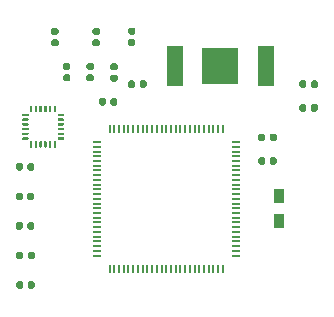
<source format=gtp>
G04 #@! TF.GenerationSoftware,KiCad,Pcbnew,(5.1.6)-1*
G04 #@! TF.CreationDate,2021-01-19T17:49:51-08:00*
G04 #@! TF.ProjectId,scum3c-devboard,7363756d-3363-42d6-9465-76626f617264,rev?*
G04 #@! TF.SameCoordinates,Original*
G04 #@! TF.FileFunction,Paste,Top*
G04 #@! TF.FilePolarity,Positive*
%FSLAX46Y46*%
G04 Gerber Fmt 4.6, Leading zero omitted, Abs format (unit mm)*
G04 Created by KiCad (PCBNEW (5.1.6)-1) date 2021-01-19 17:49:51*
%MOMM*%
%LPD*%
G01*
G04 APERTURE LIST*
%ADD10O,0.200000X0.800000*%
%ADD11O,0.800000X0.200000*%
%ADD12R,0.900000X1.200000*%
%ADD13R,1.350000X3.500000*%
%ADD14R,3.170000X3.170000*%
G04 APERTURE END LIST*
G04 #@! TO.C,R13*
G36*
G01*
X111190000Y-88172500D02*
X111190000Y-87827500D01*
G75*
G02*
X111337500Y-87680000I147500J0D01*
G01*
X111632500Y-87680000D01*
G75*
G02*
X111780000Y-87827500I0J-147500D01*
G01*
X111780000Y-88172500D01*
G75*
G02*
X111632500Y-88320000I-147500J0D01*
G01*
X111337500Y-88320000D01*
G75*
G02*
X111190000Y-88172500I0J147500D01*
G01*
G37*
G36*
G01*
X110220000Y-88172500D02*
X110220000Y-87827500D01*
G75*
G02*
X110367500Y-87680000I147500J0D01*
G01*
X110662500Y-87680000D01*
G75*
G02*
X110810000Y-87827500I0J-147500D01*
G01*
X110810000Y-88172500D01*
G75*
G02*
X110662500Y-88320000I-147500J0D01*
G01*
X110367500Y-88320000D01*
G75*
G02*
X110220000Y-88172500I0J147500D01*
G01*
G37*
G04 #@! TD*
G04 #@! TO.C,C24*
G36*
G01*
X98295000Y-84827500D02*
X98295000Y-85172500D01*
G75*
G02*
X98147500Y-85320000I-147500J0D01*
G01*
X97852500Y-85320000D01*
G75*
G02*
X97705000Y-85172500I0J147500D01*
G01*
X97705000Y-84827500D01*
G75*
G02*
X97852500Y-84680000I147500J0D01*
G01*
X98147500Y-84680000D01*
G75*
G02*
X98295000Y-84827500I0J-147500D01*
G01*
G37*
G36*
G01*
X97325000Y-84827500D02*
X97325000Y-85172500D01*
G75*
G02*
X97177500Y-85320000I-147500J0D01*
G01*
X96882500Y-85320000D01*
G75*
G02*
X96735000Y-85172500I0J147500D01*
G01*
X96735000Y-84827500D01*
G75*
G02*
X96882500Y-84680000I147500J0D01*
G01*
X97177500Y-84680000D01*
G75*
G02*
X97325000Y-84827500I0J-147500D01*
G01*
G37*
G04 #@! TD*
D10*
G04 #@! TO.C,U8*
X97631250Y-87306250D03*
X98031250Y-87306250D03*
X98431250Y-87306250D03*
X98831250Y-87306250D03*
X99231250Y-87306250D03*
X99631250Y-87306250D03*
X100031250Y-87306250D03*
X100431250Y-87306250D03*
X100831250Y-87306250D03*
X101231250Y-87306250D03*
X101631250Y-87306250D03*
X102031250Y-87306250D03*
X102431250Y-87306250D03*
X102831250Y-87306250D03*
X103231250Y-87306250D03*
X103631250Y-87306250D03*
X104031250Y-87306250D03*
X104431250Y-87306250D03*
X104831250Y-87306250D03*
X105231250Y-87306250D03*
X105631250Y-87306250D03*
X106031250Y-87306250D03*
X106431250Y-87306250D03*
X106831250Y-87306250D03*
X107231250Y-87306250D03*
D11*
X108331250Y-88406250D03*
X108331250Y-88806250D03*
X108331250Y-89206250D03*
X108331250Y-89606250D03*
X108331250Y-90006250D03*
X108331250Y-90406250D03*
X108331250Y-90806250D03*
X108331250Y-91206250D03*
X108331250Y-91606250D03*
X108331250Y-92006250D03*
X108331250Y-92406250D03*
X108331250Y-92806250D03*
X108331250Y-93206250D03*
X108331250Y-93606250D03*
X108331250Y-94006250D03*
X108331250Y-94406250D03*
X108331250Y-94806250D03*
X108331250Y-95206250D03*
X108331250Y-95606250D03*
X108331250Y-96006250D03*
X108331250Y-96406250D03*
X108331250Y-96806250D03*
X108331250Y-97206250D03*
X108331250Y-97606250D03*
X108331250Y-98006250D03*
D10*
X107231250Y-99106250D03*
X106831250Y-99106250D03*
X106431250Y-99106250D03*
X106031250Y-99106250D03*
X105631250Y-99106250D03*
X105231250Y-99106250D03*
X104831250Y-99106250D03*
X104431250Y-99106250D03*
X104031250Y-99106250D03*
X103631250Y-99106250D03*
X103231250Y-99106250D03*
X102831250Y-99106250D03*
X102431250Y-99106250D03*
X102031250Y-99106250D03*
X101631250Y-99106250D03*
X101231250Y-99106250D03*
X100831250Y-99106250D03*
X100431250Y-99106250D03*
X100031250Y-99106250D03*
X99631250Y-99106250D03*
X99231250Y-99106250D03*
X98831250Y-99106250D03*
X98431250Y-99106250D03*
X98031250Y-99106250D03*
X97631250Y-99106250D03*
D11*
X96531250Y-98006250D03*
X96531250Y-97606250D03*
X96531250Y-97206250D03*
X96531250Y-96806250D03*
X96531250Y-96406250D03*
X96531250Y-96006250D03*
X96531250Y-95606250D03*
X96531250Y-95206250D03*
X96531250Y-94806250D03*
X96531250Y-94406250D03*
X96531250Y-94006250D03*
X96531250Y-93606250D03*
X96531250Y-93206250D03*
X96531250Y-92806250D03*
X96531250Y-92406250D03*
X96531250Y-92006250D03*
X96531250Y-91606250D03*
X96531250Y-91206250D03*
X96531250Y-90806250D03*
X96531250Y-90406250D03*
X96531250Y-90006250D03*
X96531250Y-89606250D03*
X96531250Y-89206250D03*
X96531250Y-88806250D03*
X96531250Y-88406250D03*
G04 #@! TD*
D12*
G04 #@! TO.C,LED1*
X112000000Y-93000000D03*
X112000000Y-95100000D03*
G04 #@! TD*
D13*
G04 #@! TO.C,BT1*
X110850000Y-82000000D03*
D14*
X107000000Y-82000000D03*
D13*
X103150000Y-82000000D03*
G04 #@! TD*
G04 #@! TO.C,R14*
G36*
G01*
X90325000Y-97827500D02*
X90325000Y-98172500D01*
G75*
G02*
X90177500Y-98320000I-147500J0D01*
G01*
X89882500Y-98320000D01*
G75*
G02*
X89735000Y-98172500I0J147500D01*
G01*
X89735000Y-97827500D01*
G75*
G02*
X89882500Y-97680000I147500J0D01*
G01*
X90177500Y-97680000D01*
G75*
G02*
X90325000Y-97827500I0J-147500D01*
G01*
G37*
G36*
G01*
X91295000Y-97827500D02*
X91295000Y-98172500D01*
G75*
G02*
X91147500Y-98320000I-147500J0D01*
G01*
X90852500Y-98320000D01*
G75*
G02*
X90705000Y-98172500I0J147500D01*
G01*
X90705000Y-97827500D01*
G75*
G02*
X90852500Y-97680000I147500J0D01*
G01*
X91147500Y-97680000D01*
G75*
G02*
X91295000Y-97827500I0J-147500D01*
G01*
G37*
G04 #@! TD*
G04 #@! TO.C,R12*
G36*
G01*
X100175000Y-83672500D02*
X100175000Y-83327500D01*
G75*
G02*
X100322500Y-83180000I147500J0D01*
G01*
X100617500Y-83180000D01*
G75*
G02*
X100765000Y-83327500I0J-147500D01*
G01*
X100765000Y-83672500D01*
G75*
G02*
X100617500Y-83820000I-147500J0D01*
G01*
X100322500Y-83820000D01*
G75*
G02*
X100175000Y-83672500I0J147500D01*
G01*
G37*
G36*
G01*
X99205000Y-83672500D02*
X99205000Y-83327500D01*
G75*
G02*
X99352500Y-83180000I147500J0D01*
G01*
X99647500Y-83180000D01*
G75*
G02*
X99795000Y-83327500I0J-147500D01*
G01*
X99795000Y-83672500D01*
G75*
G02*
X99647500Y-83820000I-147500J0D01*
G01*
X99352500Y-83820000D01*
G75*
G02*
X99205000Y-83672500I0J147500D01*
G01*
G37*
G04 #@! TD*
G04 #@! TO.C,C13*
G36*
G01*
X96172500Y-83265000D02*
X95827500Y-83265000D01*
G75*
G02*
X95680000Y-83117500I0J147500D01*
G01*
X95680000Y-82822500D01*
G75*
G02*
X95827500Y-82675000I147500J0D01*
G01*
X96172500Y-82675000D01*
G75*
G02*
X96320000Y-82822500I0J-147500D01*
G01*
X96320000Y-83117500D01*
G75*
G02*
X96172500Y-83265000I-147500J0D01*
G01*
G37*
G36*
G01*
X96172500Y-82295000D02*
X95827500Y-82295000D01*
G75*
G02*
X95680000Y-82147500I0J147500D01*
G01*
X95680000Y-81852500D01*
G75*
G02*
X95827500Y-81705000I147500J0D01*
G01*
X96172500Y-81705000D01*
G75*
G02*
X96320000Y-81852500I0J-147500D01*
G01*
X96320000Y-82147500D01*
G75*
G02*
X96172500Y-82295000I-147500J0D01*
G01*
G37*
G04 #@! TD*
G04 #@! TO.C,C14*
G36*
G01*
X113705000Y-85672500D02*
X113705000Y-85327500D01*
G75*
G02*
X113852500Y-85180000I147500J0D01*
G01*
X114147500Y-85180000D01*
G75*
G02*
X114295000Y-85327500I0J-147500D01*
G01*
X114295000Y-85672500D01*
G75*
G02*
X114147500Y-85820000I-147500J0D01*
G01*
X113852500Y-85820000D01*
G75*
G02*
X113705000Y-85672500I0J147500D01*
G01*
G37*
G36*
G01*
X114675000Y-85672500D02*
X114675000Y-85327500D01*
G75*
G02*
X114822500Y-85180000I147500J0D01*
G01*
X115117500Y-85180000D01*
G75*
G02*
X115265000Y-85327500I0J-147500D01*
G01*
X115265000Y-85672500D01*
G75*
G02*
X115117500Y-85820000I-147500J0D01*
G01*
X114822500Y-85820000D01*
G75*
G02*
X114675000Y-85672500I0J147500D01*
G01*
G37*
G04 #@! TD*
G04 #@! TO.C,C15*
G36*
G01*
X113705000Y-83672500D02*
X113705000Y-83327500D01*
G75*
G02*
X113852500Y-83180000I147500J0D01*
G01*
X114147500Y-83180000D01*
G75*
G02*
X114295000Y-83327500I0J-147500D01*
G01*
X114295000Y-83672500D01*
G75*
G02*
X114147500Y-83820000I-147500J0D01*
G01*
X113852500Y-83820000D01*
G75*
G02*
X113705000Y-83672500I0J147500D01*
G01*
G37*
G36*
G01*
X114675000Y-83672500D02*
X114675000Y-83327500D01*
G75*
G02*
X114822500Y-83180000I147500J0D01*
G01*
X115117500Y-83180000D01*
G75*
G02*
X115265000Y-83327500I0J-147500D01*
G01*
X115265000Y-83672500D01*
G75*
G02*
X115117500Y-83820000I-147500J0D01*
G01*
X114822500Y-83820000D01*
G75*
G02*
X114675000Y-83672500I0J147500D01*
G01*
G37*
G04 #@! TD*
G04 #@! TO.C,C16*
G36*
G01*
X92827500Y-79705000D02*
X93172500Y-79705000D01*
G75*
G02*
X93320000Y-79852500I0J-147500D01*
G01*
X93320000Y-80147500D01*
G75*
G02*
X93172500Y-80295000I-147500J0D01*
G01*
X92827500Y-80295000D01*
G75*
G02*
X92680000Y-80147500I0J147500D01*
G01*
X92680000Y-79852500D01*
G75*
G02*
X92827500Y-79705000I147500J0D01*
G01*
G37*
G36*
G01*
X92827500Y-78735000D02*
X93172500Y-78735000D01*
G75*
G02*
X93320000Y-78882500I0J-147500D01*
G01*
X93320000Y-79177500D01*
G75*
G02*
X93172500Y-79325000I-147500J0D01*
G01*
X92827500Y-79325000D01*
G75*
G02*
X92680000Y-79177500I0J147500D01*
G01*
X92680000Y-78882500D01*
G75*
G02*
X92827500Y-78735000I147500J0D01*
G01*
G37*
G04 #@! TD*
G04 #@! TO.C,C17*
G36*
G01*
X96327500Y-78735000D02*
X96672500Y-78735000D01*
G75*
G02*
X96820000Y-78882500I0J-147500D01*
G01*
X96820000Y-79177500D01*
G75*
G02*
X96672500Y-79325000I-147500J0D01*
G01*
X96327500Y-79325000D01*
G75*
G02*
X96180000Y-79177500I0J147500D01*
G01*
X96180000Y-78882500D01*
G75*
G02*
X96327500Y-78735000I147500J0D01*
G01*
G37*
G36*
G01*
X96327500Y-79705000D02*
X96672500Y-79705000D01*
G75*
G02*
X96820000Y-79852500I0J-147500D01*
G01*
X96820000Y-80147500D01*
G75*
G02*
X96672500Y-80295000I-147500J0D01*
G01*
X96327500Y-80295000D01*
G75*
G02*
X96180000Y-80147500I0J147500D01*
G01*
X96180000Y-79852500D01*
G75*
G02*
X96327500Y-79705000I147500J0D01*
G01*
G37*
G04 #@! TD*
G04 #@! TO.C,C18*
G36*
G01*
X93827500Y-82675000D02*
X94172500Y-82675000D01*
G75*
G02*
X94320000Y-82822500I0J-147500D01*
G01*
X94320000Y-83117500D01*
G75*
G02*
X94172500Y-83265000I-147500J0D01*
G01*
X93827500Y-83265000D01*
G75*
G02*
X93680000Y-83117500I0J147500D01*
G01*
X93680000Y-82822500D01*
G75*
G02*
X93827500Y-82675000I147500J0D01*
G01*
G37*
G36*
G01*
X93827500Y-81705000D02*
X94172500Y-81705000D01*
G75*
G02*
X94320000Y-81852500I0J-147500D01*
G01*
X94320000Y-82147500D01*
G75*
G02*
X94172500Y-82295000I-147500J0D01*
G01*
X93827500Y-82295000D01*
G75*
G02*
X93680000Y-82147500I0J147500D01*
G01*
X93680000Y-81852500D01*
G75*
G02*
X93827500Y-81705000I147500J0D01*
G01*
G37*
G04 #@! TD*
G04 #@! TO.C,C19*
G36*
G01*
X97827500Y-81735000D02*
X98172500Y-81735000D01*
G75*
G02*
X98320000Y-81882500I0J-147500D01*
G01*
X98320000Y-82177500D01*
G75*
G02*
X98172500Y-82325000I-147500J0D01*
G01*
X97827500Y-82325000D01*
G75*
G02*
X97680000Y-82177500I0J147500D01*
G01*
X97680000Y-81882500D01*
G75*
G02*
X97827500Y-81735000I147500J0D01*
G01*
G37*
G36*
G01*
X97827500Y-82705000D02*
X98172500Y-82705000D01*
G75*
G02*
X98320000Y-82852500I0J-147500D01*
G01*
X98320000Y-83147500D01*
G75*
G02*
X98172500Y-83295000I-147500J0D01*
G01*
X97827500Y-83295000D01*
G75*
G02*
X97680000Y-83147500I0J147500D01*
G01*
X97680000Y-82852500D01*
G75*
G02*
X97827500Y-82705000I147500J0D01*
G01*
G37*
G04 #@! TD*
G04 #@! TO.C,C20*
G36*
G01*
X110825000Y-89827500D02*
X110825000Y-90172500D01*
G75*
G02*
X110677500Y-90320000I-147500J0D01*
G01*
X110382500Y-90320000D01*
G75*
G02*
X110235000Y-90172500I0J147500D01*
G01*
X110235000Y-89827500D01*
G75*
G02*
X110382500Y-89680000I147500J0D01*
G01*
X110677500Y-89680000D01*
G75*
G02*
X110825000Y-89827500I0J-147500D01*
G01*
G37*
G36*
G01*
X111795000Y-89827500D02*
X111795000Y-90172500D01*
G75*
G02*
X111647500Y-90320000I-147500J0D01*
G01*
X111352500Y-90320000D01*
G75*
G02*
X111205000Y-90172500I0J147500D01*
G01*
X111205000Y-89827500D01*
G75*
G02*
X111352500Y-89680000I147500J0D01*
G01*
X111647500Y-89680000D01*
G75*
G02*
X111795000Y-89827500I0J-147500D01*
G01*
G37*
G04 #@! TD*
G04 #@! TO.C,C21*
G36*
G01*
X91265000Y-95327500D02*
X91265000Y-95672500D01*
G75*
G02*
X91117500Y-95820000I-147500J0D01*
G01*
X90822500Y-95820000D01*
G75*
G02*
X90675000Y-95672500I0J147500D01*
G01*
X90675000Y-95327500D01*
G75*
G02*
X90822500Y-95180000I147500J0D01*
G01*
X91117500Y-95180000D01*
G75*
G02*
X91265000Y-95327500I0J-147500D01*
G01*
G37*
G36*
G01*
X90295000Y-95327500D02*
X90295000Y-95672500D01*
G75*
G02*
X90147500Y-95820000I-147500J0D01*
G01*
X89852500Y-95820000D01*
G75*
G02*
X89705000Y-95672500I0J147500D01*
G01*
X89705000Y-95327500D01*
G75*
G02*
X89852500Y-95180000I147500J0D01*
G01*
X90147500Y-95180000D01*
G75*
G02*
X90295000Y-95327500I0J-147500D01*
G01*
G37*
G04 #@! TD*
G04 #@! TO.C,C22*
G36*
G01*
X91295000Y-100327500D02*
X91295000Y-100672500D01*
G75*
G02*
X91147500Y-100820000I-147500J0D01*
G01*
X90852500Y-100820000D01*
G75*
G02*
X90705000Y-100672500I0J147500D01*
G01*
X90705000Y-100327500D01*
G75*
G02*
X90852500Y-100180000I147500J0D01*
G01*
X91147500Y-100180000D01*
G75*
G02*
X91295000Y-100327500I0J-147500D01*
G01*
G37*
G36*
G01*
X90325000Y-100327500D02*
X90325000Y-100672500D01*
G75*
G02*
X90177500Y-100820000I-147500J0D01*
G01*
X89882500Y-100820000D01*
G75*
G02*
X89735000Y-100672500I0J147500D01*
G01*
X89735000Y-100327500D01*
G75*
G02*
X89882500Y-100180000I147500J0D01*
G01*
X90177500Y-100180000D01*
G75*
G02*
X90325000Y-100327500I0J-147500D01*
G01*
G37*
G04 #@! TD*
G04 #@! TO.C,C25*
G36*
G01*
X90675000Y-90672500D02*
X90675000Y-90327500D01*
G75*
G02*
X90822500Y-90180000I147500J0D01*
G01*
X91117500Y-90180000D01*
G75*
G02*
X91265000Y-90327500I0J-147500D01*
G01*
X91265000Y-90672500D01*
G75*
G02*
X91117500Y-90820000I-147500J0D01*
G01*
X90822500Y-90820000D01*
G75*
G02*
X90675000Y-90672500I0J147500D01*
G01*
G37*
G36*
G01*
X89705000Y-90672500D02*
X89705000Y-90327500D01*
G75*
G02*
X89852500Y-90180000I147500J0D01*
G01*
X90147500Y-90180000D01*
G75*
G02*
X90295000Y-90327500I0J-147500D01*
G01*
X90295000Y-90672500D01*
G75*
G02*
X90147500Y-90820000I-147500J0D01*
G01*
X89852500Y-90820000D01*
G75*
G02*
X89705000Y-90672500I0J147500D01*
G01*
G37*
G04 #@! TD*
G04 #@! TO.C,C26*
G36*
G01*
X91265000Y-92827500D02*
X91265000Y-93172500D01*
G75*
G02*
X91117500Y-93320000I-147500J0D01*
G01*
X90822500Y-93320000D01*
G75*
G02*
X90675000Y-93172500I0J147500D01*
G01*
X90675000Y-92827500D01*
G75*
G02*
X90822500Y-92680000I147500J0D01*
G01*
X91117500Y-92680000D01*
G75*
G02*
X91265000Y-92827500I0J-147500D01*
G01*
G37*
G36*
G01*
X90295000Y-92827500D02*
X90295000Y-93172500D01*
G75*
G02*
X90147500Y-93320000I-147500J0D01*
G01*
X89852500Y-93320000D01*
G75*
G02*
X89705000Y-93172500I0J147500D01*
G01*
X89705000Y-92827500D01*
G75*
G02*
X89852500Y-92680000I147500J0D01*
G01*
X90147500Y-92680000D01*
G75*
G02*
X90295000Y-92827500I0J-147500D01*
G01*
G37*
G04 #@! TD*
G04 #@! TO.C,C27*
G36*
G01*
X99327500Y-78705000D02*
X99672500Y-78705000D01*
G75*
G02*
X99820000Y-78852500I0J-147500D01*
G01*
X99820000Y-79147500D01*
G75*
G02*
X99672500Y-79295000I-147500J0D01*
G01*
X99327500Y-79295000D01*
G75*
G02*
X99180000Y-79147500I0J147500D01*
G01*
X99180000Y-78852500D01*
G75*
G02*
X99327500Y-78705000I147500J0D01*
G01*
G37*
G36*
G01*
X99327500Y-79675000D02*
X99672500Y-79675000D01*
G75*
G02*
X99820000Y-79822500I0J-147500D01*
G01*
X99820000Y-80117500D01*
G75*
G02*
X99672500Y-80265000I-147500J0D01*
G01*
X99327500Y-80265000D01*
G75*
G02*
X99180000Y-80117500I0J147500D01*
G01*
X99180000Y-79822500D01*
G75*
G02*
X99327500Y-79675000I147500J0D01*
G01*
G37*
G04 #@! TD*
G04 #@! TO.C,U9AB1*
G36*
G01*
X93225000Y-86150000D02*
X93225000Y-86050000D01*
G75*
G02*
X93275000Y-86000000I50000J0D01*
G01*
X93725000Y-86000000D01*
G75*
G02*
X93775000Y-86050000I0J-50000D01*
G01*
X93775000Y-86150000D01*
G75*
G02*
X93725000Y-86200000I-50000J0D01*
G01*
X93275000Y-86200000D01*
G75*
G02*
X93225000Y-86150000I0J50000D01*
G01*
G37*
G36*
G01*
X93225000Y-86550000D02*
X93225000Y-86450000D01*
G75*
G02*
X93275000Y-86400000I50000J0D01*
G01*
X93725000Y-86400000D01*
G75*
G02*
X93775000Y-86450000I0J-50000D01*
G01*
X93775000Y-86550000D01*
G75*
G02*
X93725000Y-86600000I-50000J0D01*
G01*
X93275000Y-86600000D01*
G75*
G02*
X93225000Y-86550000I0J50000D01*
G01*
G37*
G36*
G01*
X93225000Y-86950000D02*
X93225000Y-86850000D01*
G75*
G02*
X93275000Y-86800000I50000J0D01*
G01*
X93725000Y-86800000D01*
G75*
G02*
X93775000Y-86850000I0J-50000D01*
G01*
X93775000Y-86950000D01*
G75*
G02*
X93725000Y-87000000I-50000J0D01*
G01*
X93275000Y-87000000D01*
G75*
G02*
X93225000Y-86950000I0J50000D01*
G01*
G37*
G36*
G01*
X93225000Y-87350000D02*
X93225000Y-87250000D01*
G75*
G02*
X93275000Y-87200000I50000J0D01*
G01*
X93725000Y-87200000D01*
G75*
G02*
X93775000Y-87250000I0J-50000D01*
G01*
X93775000Y-87350000D01*
G75*
G02*
X93725000Y-87400000I-50000J0D01*
G01*
X93275000Y-87400000D01*
G75*
G02*
X93225000Y-87350000I0J50000D01*
G01*
G37*
G36*
G01*
X93225000Y-87750000D02*
X93225000Y-87650000D01*
G75*
G02*
X93275000Y-87600000I50000J0D01*
G01*
X93725000Y-87600000D01*
G75*
G02*
X93775000Y-87650000I0J-50000D01*
G01*
X93775000Y-87750000D01*
G75*
G02*
X93725000Y-87800000I-50000J0D01*
G01*
X93275000Y-87800000D01*
G75*
G02*
X93225000Y-87750000I0J50000D01*
G01*
G37*
G36*
G01*
X93225000Y-88150000D02*
X93225000Y-88050000D01*
G75*
G02*
X93275000Y-88000000I50000J0D01*
G01*
X93725000Y-88000000D01*
G75*
G02*
X93775000Y-88050000I0J-50000D01*
G01*
X93775000Y-88150000D01*
G75*
G02*
X93725000Y-88200000I-50000J0D01*
G01*
X93275000Y-88200000D01*
G75*
G02*
X93225000Y-88150000I0J50000D01*
G01*
G37*
G36*
G01*
X92950000Y-88325000D02*
X93050000Y-88325000D01*
G75*
G02*
X93100000Y-88375000I0J-50000D01*
G01*
X93100000Y-88825000D01*
G75*
G02*
X93050000Y-88875000I-50000J0D01*
G01*
X92950000Y-88875000D01*
G75*
G02*
X92900000Y-88825000I0J50000D01*
G01*
X92900000Y-88375000D01*
G75*
G02*
X92950000Y-88325000I50000J0D01*
G01*
G37*
G36*
G01*
X92550000Y-88325000D02*
X92650000Y-88325000D01*
G75*
G02*
X92700000Y-88375000I0J-50000D01*
G01*
X92700000Y-88825000D01*
G75*
G02*
X92650000Y-88875000I-50000J0D01*
G01*
X92550000Y-88875000D01*
G75*
G02*
X92500000Y-88825000I0J50000D01*
G01*
X92500000Y-88375000D01*
G75*
G02*
X92550000Y-88325000I50000J0D01*
G01*
G37*
G36*
G01*
X92150000Y-88325000D02*
X92250000Y-88325000D01*
G75*
G02*
X92300000Y-88375000I0J-50000D01*
G01*
X92300000Y-88825000D01*
G75*
G02*
X92250000Y-88875000I-50000J0D01*
G01*
X92150000Y-88875000D01*
G75*
G02*
X92100000Y-88825000I0J50000D01*
G01*
X92100000Y-88375000D01*
G75*
G02*
X92150000Y-88325000I50000J0D01*
G01*
G37*
G36*
G01*
X91750000Y-88325000D02*
X91850000Y-88325000D01*
G75*
G02*
X91900000Y-88375000I0J-50000D01*
G01*
X91900000Y-88825000D01*
G75*
G02*
X91850000Y-88875000I-50000J0D01*
G01*
X91750000Y-88875000D01*
G75*
G02*
X91700000Y-88825000I0J50000D01*
G01*
X91700000Y-88375000D01*
G75*
G02*
X91750000Y-88325000I50000J0D01*
G01*
G37*
G36*
G01*
X91350000Y-88325000D02*
X91450000Y-88325000D01*
G75*
G02*
X91500000Y-88375000I0J-50000D01*
G01*
X91500000Y-88825000D01*
G75*
G02*
X91450000Y-88875000I-50000J0D01*
G01*
X91350000Y-88875000D01*
G75*
G02*
X91300000Y-88825000I0J50000D01*
G01*
X91300000Y-88375000D01*
G75*
G02*
X91350000Y-88325000I50000J0D01*
G01*
G37*
G36*
G01*
X90950000Y-88325000D02*
X91050000Y-88325000D01*
G75*
G02*
X91100000Y-88375000I0J-50000D01*
G01*
X91100000Y-88825000D01*
G75*
G02*
X91050000Y-88875000I-50000J0D01*
G01*
X90950000Y-88875000D01*
G75*
G02*
X90900000Y-88825000I0J50000D01*
G01*
X90900000Y-88375000D01*
G75*
G02*
X90950000Y-88325000I50000J0D01*
G01*
G37*
G36*
G01*
X90225000Y-88150000D02*
X90225000Y-88050000D01*
G75*
G02*
X90275000Y-88000000I50000J0D01*
G01*
X90725000Y-88000000D01*
G75*
G02*
X90775000Y-88050000I0J-50000D01*
G01*
X90775000Y-88150000D01*
G75*
G02*
X90725000Y-88200000I-50000J0D01*
G01*
X90275000Y-88200000D01*
G75*
G02*
X90225000Y-88150000I0J50000D01*
G01*
G37*
G36*
G01*
X90225000Y-87750000D02*
X90225000Y-87650000D01*
G75*
G02*
X90275000Y-87600000I50000J0D01*
G01*
X90725000Y-87600000D01*
G75*
G02*
X90775000Y-87650000I0J-50000D01*
G01*
X90775000Y-87750000D01*
G75*
G02*
X90725000Y-87800000I-50000J0D01*
G01*
X90275000Y-87800000D01*
G75*
G02*
X90225000Y-87750000I0J50000D01*
G01*
G37*
G36*
G01*
X90225000Y-87350000D02*
X90225000Y-87250000D01*
G75*
G02*
X90275000Y-87200000I50000J0D01*
G01*
X90725000Y-87200000D01*
G75*
G02*
X90775000Y-87250000I0J-50000D01*
G01*
X90775000Y-87350000D01*
G75*
G02*
X90725000Y-87400000I-50000J0D01*
G01*
X90275000Y-87400000D01*
G75*
G02*
X90225000Y-87350000I0J50000D01*
G01*
G37*
G36*
G01*
X90225000Y-86950000D02*
X90225000Y-86850000D01*
G75*
G02*
X90275000Y-86800000I50000J0D01*
G01*
X90725000Y-86800000D01*
G75*
G02*
X90775000Y-86850000I0J-50000D01*
G01*
X90775000Y-86950000D01*
G75*
G02*
X90725000Y-87000000I-50000J0D01*
G01*
X90275000Y-87000000D01*
G75*
G02*
X90225000Y-86950000I0J50000D01*
G01*
G37*
G36*
G01*
X90225000Y-86550000D02*
X90225000Y-86450000D01*
G75*
G02*
X90275000Y-86400000I50000J0D01*
G01*
X90725000Y-86400000D01*
G75*
G02*
X90775000Y-86450000I0J-50000D01*
G01*
X90775000Y-86550000D01*
G75*
G02*
X90725000Y-86600000I-50000J0D01*
G01*
X90275000Y-86600000D01*
G75*
G02*
X90225000Y-86550000I0J50000D01*
G01*
G37*
G36*
G01*
X90225000Y-86150000D02*
X90225000Y-86050000D01*
G75*
G02*
X90275000Y-86000000I50000J0D01*
G01*
X90725000Y-86000000D01*
G75*
G02*
X90775000Y-86050000I0J-50000D01*
G01*
X90775000Y-86150000D01*
G75*
G02*
X90725000Y-86200000I-50000J0D01*
G01*
X90275000Y-86200000D01*
G75*
G02*
X90225000Y-86150000I0J50000D01*
G01*
G37*
G36*
G01*
X90950000Y-85325000D02*
X91050000Y-85325000D01*
G75*
G02*
X91100000Y-85375000I0J-50000D01*
G01*
X91100000Y-85825000D01*
G75*
G02*
X91050000Y-85875000I-50000J0D01*
G01*
X90950000Y-85875000D01*
G75*
G02*
X90900000Y-85825000I0J50000D01*
G01*
X90900000Y-85375000D01*
G75*
G02*
X90950000Y-85325000I50000J0D01*
G01*
G37*
G36*
G01*
X91350000Y-85325000D02*
X91450000Y-85325000D01*
G75*
G02*
X91500000Y-85375000I0J-50000D01*
G01*
X91500000Y-85825000D01*
G75*
G02*
X91450000Y-85875000I-50000J0D01*
G01*
X91350000Y-85875000D01*
G75*
G02*
X91300000Y-85825000I0J50000D01*
G01*
X91300000Y-85375000D01*
G75*
G02*
X91350000Y-85325000I50000J0D01*
G01*
G37*
G36*
G01*
X91750000Y-85325000D02*
X91850000Y-85325000D01*
G75*
G02*
X91900000Y-85375000I0J-50000D01*
G01*
X91900000Y-85825000D01*
G75*
G02*
X91850000Y-85875000I-50000J0D01*
G01*
X91750000Y-85875000D01*
G75*
G02*
X91700000Y-85825000I0J50000D01*
G01*
X91700000Y-85375000D01*
G75*
G02*
X91750000Y-85325000I50000J0D01*
G01*
G37*
G36*
G01*
X92150000Y-85325000D02*
X92250000Y-85325000D01*
G75*
G02*
X92300000Y-85375000I0J-50000D01*
G01*
X92300000Y-85825000D01*
G75*
G02*
X92250000Y-85875000I-50000J0D01*
G01*
X92150000Y-85875000D01*
G75*
G02*
X92100000Y-85825000I0J50000D01*
G01*
X92100000Y-85375000D01*
G75*
G02*
X92150000Y-85325000I50000J0D01*
G01*
G37*
G36*
G01*
X92550000Y-85325000D02*
X92650000Y-85325000D01*
G75*
G02*
X92700000Y-85375000I0J-50000D01*
G01*
X92700000Y-85825000D01*
G75*
G02*
X92650000Y-85875000I-50000J0D01*
G01*
X92550000Y-85875000D01*
G75*
G02*
X92500000Y-85825000I0J50000D01*
G01*
X92500000Y-85375000D01*
G75*
G02*
X92550000Y-85325000I50000J0D01*
G01*
G37*
G36*
G01*
X92950000Y-85325000D02*
X93050000Y-85325000D01*
G75*
G02*
X93100000Y-85375000I0J-50000D01*
G01*
X93100000Y-85825000D01*
G75*
G02*
X93050000Y-85875000I-50000J0D01*
G01*
X92950000Y-85875000D01*
G75*
G02*
X92900000Y-85825000I0J50000D01*
G01*
X92900000Y-85375000D01*
G75*
G02*
X92950000Y-85325000I50000J0D01*
G01*
G37*
G04 #@! TD*
M02*

</source>
